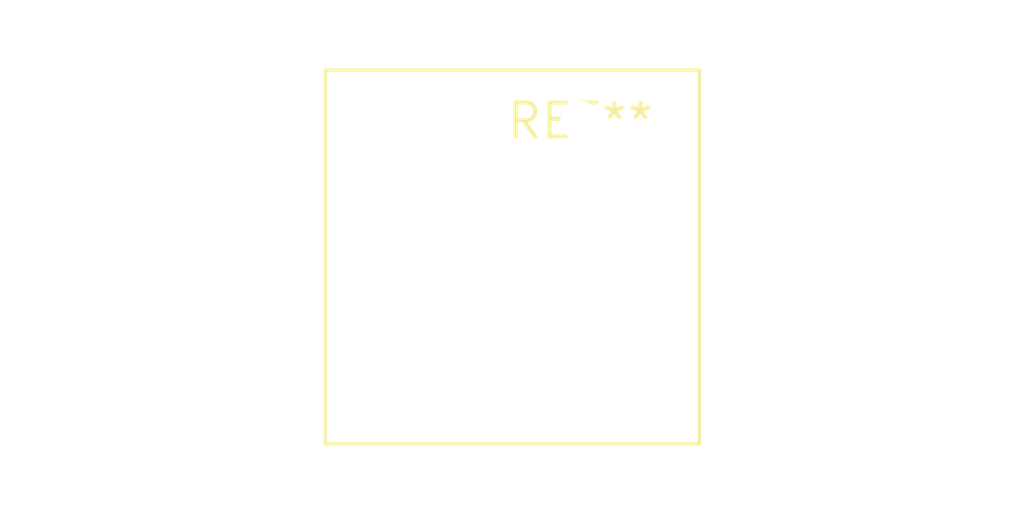
<source format=kicad_pcb>
(kicad_pcb (version 20240108) (generator pcbnew)
  (layers (0 "F.Cu" signal) (31 "B.Cu" signal) (34 "B.Paste" user) (35 "F.Paste" user) (36 "B.SilkS" user "B.Silkscreen") (37 "F.SilkS" user "F.Silkscreen") (38 "B.Mask" user) (39 "F.Mask" user) (44 "Edge.Cuts" user))
  (net 0 "")
  (footprint "SW_Cherry_MX_2.00u_PCB" (layer "F.Cu") (at 0 0)
    (property "Reference" "REF**")
    (property "Value" "SW_Cherry_MX_2.00u_PCB")
    (fp_line (start -9.525 -1.905) (end 4.445 -1.905) (layer "F.SilkS") (stroke (width 0.12)))
    (fp_line (start -9.525 12.065) (end -9.525 -1.905) (layer "F.SilkS") (stroke (width 0.12)))
    (fp_line (start 4.445 -1.905) (end 4.445 12.065) (layer "F.SilkS") (stroke (width 0.12)))
    (fp_line (start 4.445 12.065) (end -9.525 12.065) (layer "F.SilkS") (stroke (width 0.12)))
    (pad "" np_thru_hole circle (at -14.44 -1.92) (size 3.05 3.05) (drill 3.05) (layers *.Cu *.Mask))
    (pad "" np_thru_hole circle (at -14.44 13.32) (size 4 4) (drill 4) (layers *.Cu *.Mask))
    (pad "" np_thru_hole circle (at -7.62 5.08) (size 1.7 1.7) (drill 1.7) (layers *.Cu *.Mask))
    (pad "" np_thru_hole circle (at -2.54 5.08) (size 4 4) (drill 4) (layers *.Cu *.Mask))
    (pad "" np_thru_hole circle (at 2.54 5.08) (size 1.7 1.7) (drill 1.7) (layers *.Cu *.Mask))
    (pad "" np_thru_hole circle (at 9.36 -1.92) (size 3.05 3.05) (drill 3.05) (layers *.Cu *.Mask))
    (pad "" np_thru_hole circle (at 9.36 13.32) (size 4 4) (drill 4) (layers *.Cu *.Mask))
    (pad "1" thru_hole circle (at 0 0) (size 2.2 2.2) (drill 1.5) (layers *.Cu *.Mask) (remove_unused_layers))
    (pad "2" thru_hole circle (at -6.35 2.54) (size 2.2 2.2) (drill 1.5) (layers *.Cu *.Mask) (remove_unused_layers))
  )
)
</source>
